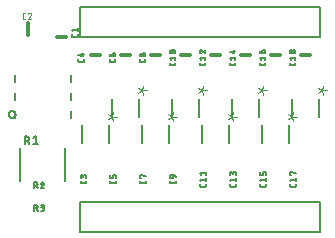
<source format=gbr>
G04 EAGLE Gerber RS-274X export*
G75*
%MOMM*%
%FSLAX34Y34*%
%LPD*%
%INSilkscreen Top*%
%IPPOS*%
%AMOC8*
5,1,8,0,0,1.08239X$1,22.5*%
G01*
%ADD10C,0.152400*%
%ADD11C,0.076200*%
%ADD12C,0.304800*%
%ADD13C,0.101600*%
%ADD14C,0.127000*%
%ADD15C,0.203200*%


D10*
X86741Y90170D02*
X86741Y74930D01*
X110109Y74930D02*
X110109Y90170D01*
D11*
X112339Y97317D02*
X116318Y97317D01*
X112339Y97317D02*
X109354Y94996D01*
X112339Y97317D02*
X109354Y99639D01*
X112339Y97317D02*
X113665Y93670D01*
X112339Y97317D02*
X113665Y100965D01*
D12*
X41275Y166370D02*
X41275Y176530D01*
D13*
X38961Y180213D02*
X37832Y180213D01*
X37766Y180215D01*
X37701Y180221D01*
X37636Y180230D01*
X37572Y180243D01*
X37508Y180260D01*
X37446Y180281D01*
X37385Y180305D01*
X37325Y180333D01*
X37268Y180364D01*
X37212Y180399D01*
X37158Y180436D01*
X37106Y180477D01*
X37057Y180521D01*
X37011Y180567D01*
X36967Y180616D01*
X36926Y180668D01*
X36889Y180722D01*
X36854Y180778D01*
X36823Y180835D01*
X36795Y180895D01*
X36771Y180956D01*
X36750Y181018D01*
X36733Y181082D01*
X36720Y181146D01*
X36711Y181211D01*
X36705Y181276D01*
X36703Y181342D01*
X36703Y184164D01*
X36705Y184230D01*
X36711Y184295D01*
X36720Y184360D01*
X36733Y184424D01*
X36750Y184488D01*
X36771Y184550D01*
X36795Y184611D01*
X36823Y184671D01*
X36854Y184728D01*
X36889Y184784D01*
X36926Y184838D01*
X36967Y184890D01*
X37011Y184939D01*
X37057Y184985D01*
X37106Y185029D01*
X37158Y185070D01*
X37212Y185107D01*
X37267Y185142D01*
X37325Y185173D01*
X37385Y185201D01*
X37446Y185225D01*
X37508Y185246D01*
X37572Y185263D01*
X37636Y185276D01*
X37701Y185285D01*
X37766Y185291D01*
X37832Y185293D01*
X38961Y185293D01*
X42852Y185293D02*
X42921Y185291D01*
X42989Y185286D01*
X43057Y185276D01*
X43125Y185263D01*
X43192Y185247D01*
X43258Y185227D01*
X43322Y185203D01*
X43385Y185176D01*
X43447Y185145D01*
X43507Y185111D01*
X43565Y185074D01*
X43621Y185034D01*
X43674Y184991D01*
X43725Y184945D01*
X43774Y184896D01*
X43820Y184845D01*
X43863Y184792D01*
X43903Y184736D01*
X43940Y184678D01*
X43974Y184618D01*
X44005Y184556D01*
X44032Y184493D01*
X44056Y184429D01*
X44076Y184363D01*
X44092Y184296D01*
X44105Y184228D01*
X44115Y184160D01*
X44120Y184092D01*
X44122Y184023D01*
X42852Y185293D02*
X42773Y185291D01*
X42694Y185285D01*
X42616Y185276D01*
X42538Y185263D01*
X42461Y185246D01*
X42385Y185225D01*
X42310Y185200D01*
X42236Y185172D01*
X42164Y185141D01*
X42093Y185106D01*
X42024Y185067D01*
X41957Y185026D01*
X41892Y184981D01*
X41829Y184933D01*
X41769Y184882D01*
X41711Y184828D01*
X41656Y184772D01*
X41604Y184713D01*
X41555Y184651D01*
X41508Y184587D01*
X41465Y184521D01*
X41425Y184453D01*
X41388Y184383D01*
X41355Y184311D01*
X41326Y184238D01*
X41299Y184164D01*
X43699Y183035D02*
X43747Y183084D01*
X43794Y183135D01*
X43837Y183189D01*
X43878Y183245D01*
X43916Y183302D01*
X43951Y183362D01*
X43983Y183423D01*
X44012Y183486D01*
X44037Y183550D01*
X44060Y183615D01*
X44079Y183682D01*
X44094Y183749D01*
X44106Y183817D01*
X44115Y183885D01*
X44120Y183954D01*
X44122Y184023D01*
X43698Y183035D02*
X41300Y180213D01*
X44122Y180213D01*
D12*
X65850Y165100D02*
X73850Y165100D01*
D14*
X83566Y165876D02*
X83566Y166948D01*
X83566Y165876D02*
X83564Y165811D01*
X83558Y165747D01*
X83548Y165683D01*
X83535Y165619D01*
X83517Y165557D01*
X83496Y165496D01*
X83472Y165436D01*
X83443Y165378D01*
X83411Y165321D01*
X83376Y165267D01*
X83338Y165215D01*
X83296Y165165D01*
X83252Y165118D01*
X83205Y165074D01*
X83155Y165032D01*
X83103Y164994D01*
X83049Y164959D01*
X82992Y164927D01*
X82934Y164898D01*
X82874Y164874D01*
X82813Y164853D01*
X82751Y164835D01*
X82687Y164822D01*
X82623Y164812D01*
X82559Y164806D01*
X82494Y164804D01*
X82494Y164803D02*
X79812Y164803D01*
X79747Y164805D01*
X79683Y164811D01*
X79619Y164821D01*
X79555Y164834D01*
X79493Y164852D01*
X79432Y164873D01*
X79372Y164898D01*
X79313Y164926D01*
X79257Y164958D01*
X79202Y164993D01*
X79150Y165031D01*
X79100Y165073D01*
X79053Y165117D01*
X79009Y165164D01*
X78967Y165214D01*
X78929Y165266D01*
X78894Y165321D01*
X78862Y165377D01*
X78834Y165436D01*
X78809Y165495D01*
X78788Y165557D01*
X78770Y165619D01*
X78757Y165683D01*
X78747Y165747D01*
X78741Y165811D01*
X78739Y165876D01*
X78740Y165876D02*
X78740Y166948D01*
X79812Y169404D02*
X78740Y170744D01*
X83566Y170744D01*
X83566Y169404D02*
X83566Y172085D01*
D10*
X30607Y102108D02*
X30607Y96012D01*
X77343Y96012D02*
X77343Y102108D01*
X77343Y126492D02*
X77343Y132588D01*
X30607Y132588D02*
X30607Y126492D01*
X77343Y117094D02*
X77343Y111506D01*
X30607Y111506D02*
X30607Y117094D01*
X25147Y99300D02*
X25149Y99406D01*
X25155Y99511D01*
X25165Y99617D01*
X25179Y99721D01*
X25196Y99826D01*
X25218Y99929D01*
X25243Y100032D01*
X25273Y100134D01*
X25306Y100234D01*
X25342Y100333D01*
X25383Y100431D01*
X25427Y100527D01*
X25475Y100621D01*
X25526Y100714D01*
X25580Y100805D01*
X25638Y100893D01*
X25700Y100979D01*
X25764Y101063D01*
X25831Y101145D01*
X25902Y101224D01*
X25975Y101300D01*
X26051Y101373D01*
X26130Y101444D01*
X26212Y101511D01*
X26296Y101575D01*
X26382Y101637D01*
X26470Y101695D01*
X26561Y101749D01*
X26654Y101800D01*
X26748Y101848D01*
X26844Y101892D01*
X26942Y101933D01*
X27041Y101969D01*
X27141Y102002D01*
X27243Y102032D01*
X27346Y102057D01*
X27449Y102079D01*
X27554Y102096D01*
X27658Y102110D01*
X27764Y102120D01*
X27869Y102126D01*
X27975Y102128D01*
X28081Y102126D01*
X28186Y102120D01*
X28292Y102110D01*
X28396Y102096D01*
X28501Y102079D01*
X28604Y102057D01*
X28707Y102032D01*
X28809Y102002D01*
X28909Y101969D01*
X29008Y101933D01*
X29106Y101892D01*
X29202Y101848D01*
X29296Y101800D01*
X29389Y101749D01*
X29480Y101695D01*
X29568Y101637D01*
X29654Y101575D01*
X29738Y101511D01*
X29820Y101444D01*
X29899Y101373D01*
X29975Y101300D01*
X30048Y101224D01*
X30119Y101145D01*
X30186Y101063D01*
X30250Y100979D01*
X30312Y100893D01*
X30370Y100805D01*
X30424Y100714D01*
X30475Y100621D01*
X30523Y100527D01*
X30567Y100431D01*
X30608Y100333D01*
X30644Y100234D01*
X30677Y100134D01*
X30707Y100032D01*
X30732Y99929D01*
X30754Y99826D01*
X30771Y99721D01*
X30785Y99617D01*
X30795Y99511D01*
X30801Y99406D01*
X30803Y99300D01*
X30801Y99194D01*
X30795Y99089D01*
X30785Y98983D01*
X30771Y98879D01*
X30754Y98774D01*
X30732Y98671D01*
X30707Y98568D01*
X30677Y98466D01*
X30644Y98366D01*
X30608Y98267D01*
X30567Y98169D01*
X30523Y98073D01*
X30475Y97979D01*
X30424Y97886D01*
X30370Y97795D01*
X30312Y97707D01*
X30250Y97621D01*
X30186Y97537D01*
X30119Y97455D01*
X30048Y97376D01*
X29975Y97300D01*
X29899Y97227D01*
X29820Y97156D01*
X29738Y97089D01*
X29654Y97025D01*
X29568Y96963D01*
X29480Y96905D01*
X29389Y96851D01*
X29296Y96800D01*
X29202Y96752D01*
X29106Y96708D01*
X29008Y96667D01*
X28909Y96631D01*
X28809Y96598D01*
X28707Y96568D01*
X28604Y96543D01*
X28501Y96521D01*
X28396Y96504D01*
X28292Y96490D01*
X28186Y96480D01*
X28081Y96474D01*
X27975Y96472D01*
X27869Y96474D01*
X27764Y96480D01*
X27658Y96490D01*
X27554Y96504D01*
X27449Y96521D01*
X27346Y96543D01*
X27243Y96568D01*
X27141Y96598D01*
X27041Y96631D01*
X26942Y96667D01*
X26844Y96708D01*
X26748Y96752D01*
X26654Y96800D01*
X26561Y96851D01*
X26470Y96905D01*
X26382Y96963D01*
X26296Y97025D01*
X26212Y97089D01*
X26130Y97156D01*
X26051Y97227D01*
X25975Y97300D01*
X25902Y97376D01*
X25831Y97455D01*
X25764Y97537D01*
X25700Y97621D01*
X25638Y97707D01*
X25580Y97795D01*
X25526Y97886D01*
X25475Y97979D01*
X25427Y98073D01*
X25383Y98169D01*
X25342Y98267D01*
X25306Y98366D01*
X25273Y98466D01*
X25243Y98568D01*
X25218Y98671D01*
X25196Y98774D01*
X25179Y98879D01*
X25165Y98983D01*
X25155Y99089D01*
X25149Y99194D01*
X25147Y99300D01*
D15*
X72975Y71150D02*
X72975Y43150D01*
X34975Y43150D02*
X34975Y71150D01*
D10*
X38737Y73912D02*
X38737Y80516D01*
X40571Y80516D01*
X40656Y80514D01*
X40740Y80508D01*
X40824Y80498D01*
X40908Y80485D01*
X40991Y80467D01*
X41073Y80446D01*
X41154Y80421D01*
X41234Y80392D01*
X41312Y80360D01*
X41388Y80324D01*
X41463Y80284D01*
X41536Y80241D01*
X41607Y80195D01*
X41676Y80146D01*
X41743Y80093D01*
X41807Y80037D01*
X41868Y79979D01*
X41926Y79918D01*
X41982Y79854D01*
X42035Y79787D01*
X42084Y79718D01*
X42130Y79647D01*
X42173Y79574D01*
X42213Y79499D01*
X42249Y79423D01*
X42281Y79345D01*
X42310Y79265D01*
X42335Y79184D01*
X42356Y79102D01*
X42374Y79019D01*
X42387Y78935D01*
X42397Y78851D01*
X42403Y78767D01*
X42405Y78682D01*
X42403Y78597D01*
X42397Y78513D01*
X42387Y78429D01*
X42374Y78345D01*
X42356Y78262D01*
X42335Y78180D01*
X42310Y78099D01*
X42281Y78019D01*
X42249Y77941D01*
X42213Y77865D01*
X42173Y77790D01*
X42130Y77717D01*
X42084Y77646D01*
X42035Y77577D01*
X41982Y77510D01*
X41926Y77446D01*
X41868Y77385D01*
X41807Y77327D01*
X41743Y77271D01*
X41676Y77218D01*
X41607Y77169D01*
X41536Y77123D01*
X41463Y77080D01*
X41388Y77040D01*
X41312Y77004D01*
X41234Y76972D01*
X41154Y76943D01*
X41073Y76918D01*
X40991Y76897D01*
X40908Y76879D01*
X40824Y76866D01*
X40740Y76856D01*
X40656Y76850D01*
X40571Y76848D01*
X40571Y76847D02*
X38737Y76847D01*
X40938Y76847D02*
X42406Y73912D01*
X45973Y79048D02*
X47808Y80516D01*
X47808Y73912D01*
X49642Y73912D02*
X45973Y73912D01*
D14*
X46748Y41656D02*
X46748Y36830D01*
X46748Y41656D02*
X48089Y41656D01*
X48160Y41654D01*
X48232Y41648D01*
X48302Y41639D01*
X48372Y41626D01*
X48442Y41609D01*
X48510Y41588D01*
X48577Y41564D01*
X48643Y41536D01*
X48707Y41505D01*
X48770Y41470D01*
X48830Y41432D01*
X48889Y41391D01*
X48945Y41347D01*
X48999Y41300D01*
X49050Y41251D01*
X49098Y41198D01*
X49144Y41143D01*
X49186Y41086D01*
X49226Y41026D01*
X49262Y40965D01*
X49295Y40901D01*
X49324Y40836D01*
X49350Y40770D01*
X49373Y40702D01*
X49392Y40633D01*
X49407Y40563D01*
X49418Y40493D01*
X49426Y40422D01*
X49430Y40351D01*
X49430Y40279D01*
X49426Y40208D01*
X49418Y40137D01*
X49407Y40067D01*
X49392Y39997D01*
X49373Y39928D01*
X49350Y39860D01*
X49324Y39794D01*
X49295Y39729D01*
X49262Y39665D01*
X49226Y39604D01*
X49186Y39544D01*
X49144Y39487D01*
X49098Y39432D01*
X49050Y39379D01*
X48999Y39330D01*
X48945Y39283D01*
X48889Y39239D01*
X48830Y39198D01*
X48770Y39160D01*
X48707Y39125D01*
X48643Y39094D01*
X48577Y39066D01*
X48510Y39042D01*
X48442Y39021D01*
X48372Y39004D01*
X48302Y38991D01*
X48232Y38982D01*
X48160Y38976D01*
X48089Y38974D01*
X48089Y38975D02*
X46748Y38975D01*
X48357Y38975D02*
X49429Y36830D01*
X53645Y41656D02*
X53713Y41654D01*
X53780Y41648D01*
X53847Y41639D01*
X53914Y41626D01*
X53979Y41609D01*
X54044Y41588D01*
X54107Y41564D01*
X54169Y41536D01*
X54229Y41505D01*
X54287Y41471D01*
X54343Y41433D01*
X54398Y41393D01*
X54449Y41349D01*
X54498Y41302D01*
X54545Y41253D01*
X54589Y41202D01*
X54629Y41147D01*
X54667Y41091D01*
X54701Y41033D01*
X54732Y40973D01*
X54760Y40911D01*
X54784Y40848D01*
X54805Y40783D01*
X54822Y40718D01*
X54835Y40651D01*
X54844Y40584D01*
X54850Y40517D01*
X54852Y40449D01*
X53645Y41656D02*
X53567Y41654D01*
X53489Y41648D01*
X53412Y41638D01*
X53335Y41625D01*
X53259Y41607D01*
X53184Y41586D01*
X53110Y41561D01*
X53038Y41532D01*
X52967Y41500D01*
X52898Y41464D01*
X52830Y41425D01*
X52765Y41382D01*
X52702Y41336D01*
X52641Y41287D01*
X52583Y41235D01*
X52528Y41180D01*
X52475Y41123D01*
X52426Y41063D01*
X52379Y41000D01*
X52336Y40936D01*
X52296Y40869D01*
X52259Y40800D01*
X52226Y40729D01*
X52196Y40657D01*
X52170Y40584D01*
X54450Y39511D02*
X54499Y39560D01*
X54546Y39612D01*
X54589Y39667D01*
X54630Y39724D01*
X54668Y39783D01*
X54702Y39844D01*
X54733Y39907D01*
X54761Y39971D01*
X54785Y40037D01*
X54805Y40103D01*
X54822Y40171D01*
X54835Y40240D01*
X54844Y40309D01*
X54850Y40379D01*
X54852Y40449D01*
X54450Y39511D02*
X52171Y36830D01*
X54852Y36830D01*
X46748Y22606D02*
X46748Y17780D01*
X46748Y22606D02*
X48089Y22606D01*
X48160Y22604D01*
X48232Y22598D01*
X48302Y22589D01*
X48372Y22576D01*
X48442Y22559D01*
X48510Y22538D01*
X48577Y22514D01*
X48643Y22486D01*
X48707Y22455D01*
X48770Y22420D01*
X48830Y22382D01*
X48889Y22341D01*
X48945Y22297D01*
X48999Y22250D01*
X49050Y22201D01*
X49098Y22148D01*
X49144Y22093D01*
X49186Y22036D01*
X49226Y21976D01*
X49262Y21915D01*
X49295Y21851D01*
X49324Y21786D01*
X49350Y21720D01*
X49373Y21652D01*
X49392Y21583D01*
X49407Y21513D01*
X49418Y21443D01*
X49426Y21372D01*
X49430Y21301D01*
X49430Y21229D01*
X49426Y21158D01*
X49418Y21087D01*
X49407Y21017D01*
X49392Y20947D01*
X49373Y20878D01*
X49350Y20810D01*
X49324Y20744D01*
X49295Y20679D01*
X49262Y20615D01*
X49226Y20554D01*
X49186Y20494D01*
X49144Y20437D01*
X49098Y20382D01*
X49050Y20329D01*
X48999Y20280D01*
X48945Y20233D01*
X48889Y20189D01*
X48830Y20148D01*
X48770Y20110D01*
X48707Y20075D01*
X48643Y20044D01*
X48577Y20016D01*
X48510Y19992D01*
X48442Y19971D01*
X48372Y19954D01*
X48302Y19941D01*
X48232Y19932D01*
X48160Y19926D01*
X48089Y19924D01*
X48089Y19925D02*
X46748Y19925D01*
X48357Y19925D02*
X49429Y17780D01*
X52171Y17780D02*
X53511Y17780D01*
X53582Y17782D01*
X53654Y17788D01*
X53724Y17797D01*
X53794Y17810D01*
X53864Y17827D01*
X53932Y17848D01*
X53999Y17872D01*
X54065Y17900D01*
X54129Y17931D01*
X54192Y17966D01*
X54252Y18004D01*
X54311Y18045D01*
X54367Y18089D01*
X54421Y18136D01*
X54472Y18185D01*
X54520Y18238D01*
X54566Y18293D01*
X54608Y18350D01*
X54648Y18410D01*
X54684Y18471D01*
X54717Y18535D01*
X54746Y18600D01*
X54772Y18666D01*
X54795Y18734D01*
X54814Y18803D01*
X54829Y18873D01*
X54840Y18943D01*
X54848Y19014D01*
X54852Y19085D01*
X54852Y19157D01*
X54848Y19228D01*
X54840Y19299D01*
X54829Y19369D01*
X54814Y19439D01*
X54795Y19508D01*
X54772Y19576D01*
X54746Y19642D01*
X54717Y19707D01*
X54684Y19771D01*
X54648Y19832D01*
X54608Y19892D01*
X54566Y19949D01*
X54520Y20004D01*
X54472Y20057D01*
X54421Y20106D01*
X54367Y20153D01*
X54311Y20197D01*
X54252Y20238D01*
X54192Y20276D01*
X54129Y20311D01*
X54065Y20342D01*
X53999Y20370D01*
X53932Y20394D01*
X53864Y20415D01*
X53794Y20432D01*
X53724Y20445D01*
X53654Y20454D01*
X53582Y20460D01*
X53511Y20462D01*
X53779Y22606D02*
X52171Y22606D01*
X53779Y22606D02*
X53844Y22604D01*
X53908Y22598D01*
X53972Y22588D01*
X54036Y22575D01*
X54098Y22557D01*
X54159Y22536D01*
X54219Y22512D01*
X54277Y22483D01*
X54334Y22451D01*
X54388Y22416D01*
X54440Y22378D01*
X54490Y22336D01*
X54537Y22292D01*
X54581Y22245D01*
X54623Y22195D01*
X54661Y22143D01*
X54696Y22089D01*
X54728Y22032D01*
X54757Y21974D01*
X54781Y21914D01*
X54802Y21853D01*
X54820Y21791D01*
X54833Y21727D01*
X54843Y21663D01*
X54849Y21599D01*
X54851Y21534D01*
X54849Y21469D01*
X54843Y21405D01*
X54833Y21341D01*
X54820Y21277D01*
X54802Y21215D01*
X54781Y21154D01*
X54757Y21094D01*
X54728Y21036D01*
X54696Y20979D01*
X54661Y20925D01*
X54623Y20873D01*
X54581Y20823D01*
X54537Y20776D01*
X54490Y20732D01*
X54440Y20690D01*
X54388Y20652D01*
X54334Y20617D01*
X54277Y20585D01*
X54219Y20556D01*
X54159Y20532D01*
X54098Y20511D01*
X54036Y20493D01*
X53972Y20480D01*
X53908Y20470D01*
X53844Y20464D01*
X53779Y20462D01*
X53779Y20461D02*
X52707Y20461D01*
X90805Y41882D02*
X90805Y42954D01*
X90805Y41882D02*
X90803Y41817D01*
X90797Y41753D01*
X90787Y41689D01*
X90774Y41625D01*
X90756Y41563D01*
X90735Y41502D01*
X90711Y41442D01*
X90682Y41384D01*
X90650Y41327D01*
X90615Y41273D01*
X90577Y41221D01*
X90535Y41171D01*
X90491Y41124D01*
X90444Y41080D01*
X90394Y41038D01*
X90342Y41000D01*
X90288Y40965D01*
X90231Y40933D01*
X90173Y40904D01*
X90113Y40880D01*
X90052Y40859D01*
X89990Y40841D01*
X89926Y40828D01*
X89862Y40818D01*
X89798Y40812D01*
X89733Y40810D01*
X89733Y40809D02*
X87051Y40809D01*
X86986Y40811D01*
X86922Y40817D01*
X86858Y40827D01*
X86794Y40840D01*
X86732Y40858D01*
X86671Y40879D01*
X86611Y40904D01*
X86552Y40932D01*
X86496Y40964D01*
X86441Y40999D01*
X86389Y41037D01*
X86339Y41079D01*
X86292Y41123D01*
X86248Y41170D01*
X86206Y41220D01*
X86168Y41272D01*
X86133Y41327D01*
X86101Y41383D01*
X86073Y41442D01*
X86048Y41501D01*
X86027Y41563D01*
X86009Y41625D01*
X85996Y41689D01*
X85986Y41753D01*
X85980Y41817D01*
X85978Y41882D01*
X85979Y41882D02*
X85979Y42954D01*
X90805Y45410D02*
X90805Y46750D01*
X90803Y46821D01*
X90797Y46893D01*
X90788Y46963D01*
X90775Y47033D01*
X90758Y47103D01*
X90737Y47171D01*
X90713Y47238D01*
X90685Y47304D01*
X90654Y47368D01*
X90619Y47431D01*
X90581Y47491D01*
X90540Y47550D01*
X90496Y47606D01*
X90449Y47660D01*
X90400Y47711D01*
X90347Y47759D01*
X90292Y47805D01*
X90235Y47847D01*
X90175Y47887D01*
X90114Y47923D01*
X90050Y47956D01*
X89985Y47985D01*
X89919Y48011D01*
X89851Y48034D01*
X89782Y48053D01*
X89712Y48068D01*
X89642Y48079D01*
X89571Y48087D01*
X89500Y48091D01*
X89428Y48091D01*
X89357Y48087D01*
X89286Y48079D01*
X89216Y48068D01*
X89146Y48053D01*
X89077Y48034D01*
X89009Y48011D01*
X88943Y47985D01*
X88878Y47956D01*
X88814Y47923D01*
X88753Y47887D01*
X88693Y47847D01*
X88636Y47805D01*
X88581Y47759D01*
X88528Y47711D01*
X88479Y47660D01*
X88432Y47606D01*
X88388Y47550D01*
X88347Y47491D01*
X88309Y47431D01*
X88274Y47368D01*
X88243Y47304D01*
X88215Y47238D01*
X88191Y47171D01*
X88170Y47103D01*
X88153Y47033D01*
X88140Y46963D01*
X88131Y46893D01*
X88125Y46821D01*
X88123Y46750D01*
X85979Y47018D02*
X85979Y45410D01*
X85979Y47018D02*
X85981Y47083D01*
X85987Y47147D01*
X85997Y47211D01*
X86010Y47275D01*
X86028Y47337D01*
X86049Y47398D01*
X86073Y47458D01*
X86102Y47516D01*
X86134Y47573D01*
X86169Y47627D01*
X86207Y47679D01*
X86249Y47729D01*
X86293Y47776D01*
X86340Y47820D01*
X86390Y47862D01*
X86442Y47900D01*
X86496Y47935D01*
X86553Y47967D01*
X86611Y47996D01*
X86671Y48020D01*
X86732Y48041D01*
X86794Y48059D01*
X86858Y48072D01*
X86922Y48082D01*
X86986Y48088D01*
X87051Y48090D01*
X87116Y48088D01*
X87180Y48082D01*
X87244Y48072D01*
X87308Y48059D01*
X87370Y48041D01*
X87431Y48020D01*
X87491Y47996D01*
X87549Y47967D01*
X87606Y47935D01*
X87660Y47900D01*
X87712Y47862D01*
X87762Y47820D01*
X87809Y47776D01*
X87853Y47729D01*
X87895Y47679D01*
X87933Y47627D01*
X87968Y47573D01*
X88000Y47516D01*
X88029Y47458D01*
X88053Y47398D01*
X88074Y47337D01*
X88092Y47275D01*
X88105Y47211D01*
X88115Y47147D01*
X88121Y47083D01*
X88123Y47018D01*
X88124Y47018D02*
X88124Y45946D01*
D12*
X94425Y149225D02*
X102425Y149225D01*
D14*
X88646Y145824D02*
X88646Y144752D01*
X88644Y144687D01*
X88638Y144623D01*
X88628Y144559D01*
X88615Y144495D01*
X88597Y144433D01*
X88576Y144372D01*
X88552Y144312D01*
X88523Y144254D01*
X88491Y144197D01*
X88456Y144143D01*
X88418Y144091D01*
X88376Y144041D01*
X88332Y143994D01*
X88285Y143950D01*
X88235Y143908D01*
X88183Y143870D01*
X88129Y143835D01*
X88072Y143803D01*
X88014Y143774D01*
X87954Y143750D01*
X87893Y143729D01*
X87831Y143711D01*
X87767Y143698D01*
X87703Y143688D01*
X87639Y143682D01*
X87574Y143680D01*
X87574Y143679D02*
X84892Y143679D01*
X84827Y143681D01*
X84763Y143687D01*
X84699Y143697D01*
X84635Y143710D01*
X84573Y143728D01*
X84512Y143749D01*
X84452Y143774D01*
X84393Y143802D01*
X84337Y143834D01*
X84282Y143869D01*
X84230Y143907D01*
X84180Y143949D01*
X84133Y143993D01*
X84089Y144040D01*
X84047Y144090D01*
X84009Y144142D01*
X83974Y144197D01*
X83942Y144253D01*
X83914Y144312D01*
X83889Y144371D01*
X83868Y144433D01*
X83850Y144495D01*
X83837Y144559D01*
X83827Y144623D01*
X83821Y144687D01*
X83819Y144752D01*
X83820Y144752D02*
X83820Y145824D01*
X83820Y149352D02*
X87574Y148280D01*
X87574Y150961D01*
X86501Y150157D02*
X88646Y150157D01*
D10*
X112141Y112395D02*
X112141Y97155D01*
X135509Y97155D02*
X135509Y112395D01*
D11*
X137739Y119542D02*
X141718Y119542D01*
X137739Y119542D02*
X134754Y117221D01*
X137739Y119542D02*
X134754Y121864D01*
X137739Y119542D02*
X139065Y115895D01*
X137739Y119542D02*
X139065Y123190D01*
D14*
X115570Y42954D02*
X115570Y41882D01*
X115568Y41817D01*
X115562Y41753D01*
X115552Y41689D01*
X115539Y41625D01*
X115521Y41563D01*
X115500Y41502D01*
X115476Y41442D01*
X115447Y41384D01*
X115415Y41327D01*
X115380Y41273D01*
X115342Y41221D01*
X115300Y41171D01*
X115256Y41124D01*
X115209Y41080D01*
X115159Y41038D01*
X115107Y41000D01*
X115053Y40965D01*
X114996Y40933D01*
X114938Y40904D01*
X114878Y40880D01*
X114817Y40859D01*
X114755Y40841D01*
X114691Y40828D01*
X114627Y40818D01*
X114563Y40812D01*
X114498Y40810D01*
X114498Y40809D02*
X111816Y40809D01*
X111751Y40811D01*
X111687Y40817D01*
X111623Y40827D01*
X111559Y40840D01*
X111497Y40858D01*
X111436Y40879D01*
X111376Y40904D01*
X111317Y40932D01*
X111261Y40964D01*
X111206Y40999D01*
X111154Y41037D01*
X111104Y41079D01*
X111057Y41123D01*
X111013Y41170D01*
X110971Y41220D01*
X110933Y41272D01*
X110898Y41327D01*
X110866Y41383D01*
X110838Y41442D01*
X110813Y41501D01*
X110792Y41563D01*
X110774Y41625D01*
X110761Y41689D01*
X110751Y41753D01*
X110745Y41817D01*
X110743Y41882D01*
X110744Y41882D02*
X110744Y42954D01*
X115570Y45410D02*
X115570Y47018D01*
X115568Y47083D01*
X115562Y47147D01*
X115552Y47211D01*
X115539Y47275D01*
X115521Y47337D01*
X115500Y47398D01*
X115476Y47458D01*
X115447Y47516D01*
X115415Y47573D01*
X115380Y47627D01*
X115342Y47679D01*
X115300Y47729D01*
X115256Y47776D01*
X115209Y47820D01*
X115159Y47862D01*
X115107Y47900D01*
X115053Y47935D01*
X114996Y47967D01*
X114938Y47996D01*
X114878Y48020D01*
X114817Y48041D01*
X114755Y48059D01*
X114691Y48072D01*
X114627Y48082D01*
X114563Y48088D01*
X114498Y48090D01*
X114498Y48091D02*
X113961Y48091D01*
X113961Y48090D02*
X113896Y48088D01*
X113832Y48082D01*
X113768Y48072D01*
X113704Y48059D01*
X113642Y48041D01*
X113581Y48020D01*
X113521Y47996D01*
X113463Y47967D01*
X113406Y47935D01*
X113352Y47900D01*
X113300Y47862D01*
X113250Y47820D01*
X113203Y47776D01*
X113159Y47729D01*
X113117Y47679D01*
X113079Y47627D01*
X113044Y47573D01*
X113012Y47516D01*
X112983Y47458D01*
X112959Y47398D01*
X112938Y47337D01*
X112920Y47275D01*
X112907Y47211D01*
X112897Y47147D01*
X112891Y47083D01*
X112889Y47018D01*
X112889Y45410D01*
X110744Y45410D01*
X110744Y48091D01*
D12*
X119825Y149225D02*
X127825Y149225D01*
D14*
X115316Y145824D02*
X115316Y144752D01*
X115314Y144687D01*
X115308Y144623D01*
X115298Y144559D01*
X115285Y144495D01*
X115267Y144433D01*
X115246Y144372D01*
X115222Y144312D01*
X115193Y144254D01*
X115161Y144197D01*
X115126Y144143D01*
X115088Y144091D01*
X115046Y144041D01*
X115002Y143994D01*
X114955Y143950D01*
X114905Y143908D01*
X114853Y143870D01*
X114799Y143835D01*
X114742Y143803D01*
X114684Y143774D01*
X114624Y143750D01*
X114563Y143729D01*
X114501Y143711D01*
X114437Y143698D01*
X114373Y143688D01*
X114309Y143682D01*
X114244Y143680D01*
X114244Y143679D02*
X111562Y143679D01*
X111497Y143681D01*
X111433Y143687D01*
X111369Y143697D01*
X111305Y143710D01*
X111243Y143728D01*
X111182Y143749D01*
X111122Y143774D01*
X111063Y143802D01*
X111007Y143834D01*
X110952Y143869D01*
X110900Y143907D01*
X110850Y143949D01*
X110803Y143993D01*
X110759Y144040D01*
X110717Y144090D01*
X110679Y144142D01*
X110644Y144197D01*
X110612Y144253D01*
X110584Y144312D01*
X110559Y144371D01*
X110538Y144433D01*
X110520Y144495D01*
X110507Y144559D01*
X110497Y144623D01*
X110491Y144687D01*
X110489Y144752D01*
X110490Y144752D02*
X110490Y145824D01*
X112635Y148280D02*
X112635Y149888D01*
X112637Y149953D01*
X112643Y150017D01*
X112653Y150081D01*
X112666Y150145D01*
X112684Y150207D01*
X112705Y150268D01*
X112729Y150328D01*
X112758Y150386D01*
X112790Y150443D01*
X112825Y150497D01*
X112863Y150549D01*
X112905Y150599D01*
X112949Y150646D01*
X112996Y150690D01*
X113046Y150732D01*
X113098Y150770D01*
X113152Y150805D01*
X113209Y150837D01*
X113267Y150866D01*
X113327Y150890D01*
X113388Y150911D01*
X113450Y150929D01*
X113514Y150942D01*
X113578Y150952D01*
X113642Y150958D01*
X113707Y150960D01*
X113707Y150961D02*
X113975Y150961D01*
X114046Y150959D01*
X114118Y150953D01*
X114188Y150944D01*
X114258Y150931D01*
X114328Y150914D01*
X114396Y150893D01*
X114463Y150869D01*
X114529Y150841D01*
X114593Y150810D01*
X114656Y150775D01*
X114716Y150737D01*
X114775Y150696D01*
X114831Y150652D01*
X114885Y150605D01*
X114936Y150556D01*
X114984Y150503D01*
X115030Y150448D01*
X115072Y150391D01*
X115112Y150331D01*
X115148Y150270D01*
X115181Y150206D01*
X115210Y150141D01*
X115236Y150075D01*
X115259Y150007D01*
X115278Y149938D01*
X115293Y149868D01*
X115304Y149798D01*
X115312Y149727D01*
X115316Y149656D01*
X115316Y149584D01*
X115312Y149513D01*
X115304Y149442D01*
X115293Y149372D01*
X115278Y149302D01*
X115259Y149233D01*
X115236Y149165D01*
X115210Y149099D01*
X115181Y149034D01*
X115148Y148970D01*
X115112Y148909D01*
X115072Y148849D01*
X115030Y148792D01*
X114984Y148737D01*
X114936Y148684D01*
X114885Y148635D01*
X114831Y148588D01*
X114775Y148544D01*
X114716Y148503D01*
X114656Y148465D01*
X114593Y148430D01*
X114529Y148399D01*
X114463Y148371D01*
X114396Y148347D01*
X114328Y148326D01*
X114258Y148309D01*
X114188Y148296D01*
X114118Y148287D01*
X114046Y148281D01*
X113975Y148279D01*
X113975Y148280D02*
X112635Y148280D01*
X112544Y148282D01*
X112453Y148288D01*
X112363Y148297D01*
X112272Y148311D01*
X112183Y148328D01*
X112095Y148349D01*
X112007Y148374D01*
X111920Y148403D01*
X111835Y148435D01*
X111751Y148470D01*
X111669Y148510D01*
X111589Y148552D01*
X111510Y148598D01*
X111434Y148648D01*
X111360Y148700D01*
X111287Y148756D01*
X111218Y148815D01*
X111151Y148876D01*
X111086Y148941D01*
X111025Y149008D01*
X110966Y149077D01*
X110910Y149149D01*
X110858Y149224D01*
X110808Y149300D01*
X110762Y149379D01*
X110720Y149459D01*
X110680Y149541D01*
X110645Y149625D01*
X110613Y149710D01*
X110584Y149797D01*
X110559Y149884D01*
X110538Y149973D01*
X110521Y150062D01*
X110507Y150152D01*
X110498Y150243D01*
X110492Y150334D01*
X110490Y150425D01*
D10*
X137541Y90170D02*
X137541Y74930D01*
X160909Y74930D02*
X160909Y90170D01*
D11*
X163139Y97317D02*
X167118Y97317D01*
X163139Y97317D02*
X160154Y94996D01*
X163139Y97317D02*
X160154Y99639D01*
X163139Y97317D02*
X164465Y93670D01*
X163139Y97317D02*
X164465Y100965D01*
D14*
X140970Y42954D02*
X140970Y41882D01*
X140968Y41817D01*
X140962Y41753D01*
X140952Y41689D01*
X140939Y41625D01*
X140921Y41563D01*
X140900Y41502D01*
X140876Y41442D01*
X140847Y41384D01*
X140815Y41327D01*
X140780Y41273D01*
X140742Y41221D01*
X140700Y41171D01*
X140656Y41124D01*
X140609Y41080D01*
X140559Y41038D01*
X140507Y41000D01*
X140453Y40965D01*
X140396Y40933D01*
X140338Y40904D01*
X140278Y40880D01*
X140217Y40859D01*
X140155Y40841D01*
X140091Y40828D01*
X140027Y40818D01*
X139963Y40812D01*
X139898Y40810D01*
X139898Y40809D02*
X137216Y40809D01*
X137151Y40811D01*
X137087Y40817D01*
X137023Y40827D01*
X136959Y40840D01*
X136897Y40858D01*
X136836Y40879D01*
X136776Y40904D01*
X136717Y40932D01*
X136661Y40964D01*
X136606Y40999D01*
X136554Y41037D01*
X136504Y41079D01*
X136457Y41123D01*
X136413Y41170D01*
X136371Y41220D01*
X136333Y41272D01*
X136298Y41327D01*
X136266Y41383D01*
X136238Y41442D01*
X136213Y41501D01*
X136192Y41563D01*
X136174Y41625D01*
X136161Y41689D01*
X136151Y41753D01*
X136145Y41817D01*
X136143Y41882D01*
X136144Y41882D02*
X136144Y42954D01*
X136144Y45410D02*
X136680Y45410D01*
X136144Y45410D02*
X136144Y48091D01*
X140970Y46750D01*
D12*
X145225Y149225D02*
X153225Y149225D01*
D14*
X140716Y145824D02*
X140716Y144752D01*
X140714Y144687D01*
X140708Y144623D01*
X140698Y144559D01*
X140685Y144495D01*
X140667Y144433D01*
X140646Y144372D01*
X140622Y144312D01*
X140593Y144254D01*
X140561Y144197D01*
X140526Y144143D01*
X140488Y144091D01*
X140446Y144041D01*
X140402Y143994D01*
X140355Y143950D01*
X140305Y143908D01*
X140253Y143870D01*
X140199Y143835D01*
X140142Y143803D01*
X140084Y143774D01*
X140024Y143750D01*
X139963Y143729D01*
X139901Y143711D01*
X139837Y143698D01*
X139773Y143688D01*
X139709Y143682D01*
X139644Y143680D01*
X139644Y143679D02*
X136962Y143679D01*
X136897Y143681D01*
X136833Y143687D01*
X136769Y143697D01*
X136705Y143710D01*
X136643Y143728D01*
X136582Y143749D01*
X136522Y143774D01*
X136463Y143802D01*
X136407Y143834D01*
X136352Y143869D01*
X136300Y143907D01*
X136250Y143949D01*
X136203Y143993D01*
X136159Y144040D01*
X136117Y144090D01*
X136079Y144142D01*
X136044Y144197D01*
X136012Y144253D01*
X135984Y144312D01*
X135959Y144371D01*
X135938Y144433D01*
X135920Y144495D01*
X135907Y144559D01*
X135897Y144623D01*
X135891Y144687D01*
X135889Y144752D01*
X135890Y144752D02*
X135890Y145824D01*
X139375Y148279D02*
X139304Y148281D01*
X139232Y148287D01*
X139162Y148296D01*
X139092Y148309D01*
X139022Y148326D01*
X138954Y148347D01*
X138887Y148371D01*
X138821Y148399D01*
X138757Y148430D01*
X138694Y148465D01*
X138634Y148503D01*
X138575Y148544D01*
X138519Y148588D01*
X138465Y148635D01*
X138414Y148684D01*
X138366Y148737D01*
X138320Y148792D01*
X138278Y148849D01*
X138238Y148909D01*
X138202Y148970D01*
X138169Y149034D01*
X138140Y149099D01*
X138114Y149165D01*
X138091Y149233D01*
X138072Y149302D01*
X138057Y149372D01*
X138046Y149442D01*
X138038Y149513D01*
X138034Y149584D01*
X138034Y149656D01*
X138038Y149727D01*
X138046Y149798D01*
X138057Y149868D01*
X138072Y149938D01*
X138091Y150007D01*
X138114Y150075D01*
X138140Y150141D01*
X138169Y150206D01*
X138202Y150270D01*
X138238Y150331D01*
X138278Y150391D01*
X138320Y150448D01*
X138366Y150503D01*
X138414Y150556D01*
X138465Y150605D01*
X138519Y150652D01*
X138575Y150696D01*
X138634Y150737D01*
X138694Y150775D01*
X138757Y150810D01*
X138821Y150841D01*
X138887Y150869D01*
X138954Y150893D01*
X139022Y150914D01*
X139092Y150931D01*
X139162Y150944D01*
X139232Y150953D01*
X139304Y150959D01*
X139375Y150961D01*
X139446Y150959D01*
X139518Y150953D01*
X139588Y150944D01*
X139658Y150931D01*
X139728Y150914D01*
X139796Y150893D01*
X139863Y150869D01*
X139929Y150841D01*
X139993Y150810D01*
X140056Y150775D01*
X140116Y150737D01*
X140175Y150696D01*
X140231Y150652D01*
X140285Y150605D01*
X140336Y150556D01*
X140384Y150503D01*
X140430Y150448D01*
X140472Y150391D01*
X140512Y150331D01*
X140548Y150270D01*
X140581Y150206D01*
X140610Y150141D01*
X140636Y150075D01*
X140659Y150007D01*
X140678Y149938D01*
X140693Y149868D01*
X140704Y149798D01*
X140712Y149727D01*
X140716Y149656D01*
X140716Y149584D01*
X140712Y149513D01*
X140704Y149442D01*
X140693Y149372D01*
X140678Y149302D01*
X140659Y149233D01*
X140636Y149165D01*
X140610Y149099D01*
X140581Y149034D01*
X140548Y148970D01*
X140512Y148909D01*
X140472Y148849D01*
X140430Y148792D01*
X140384Y148737D01*
X140336Y148684D01*
X140285Y148635D01*
X140231Y148588D01*
X140175Y148544D01*
X140116Y148503D01*
X140056Y148465D01*
X139993Y148430D01*
X139929Y148399D01*
X139863Y148371D01*
X139796Y148347D01*
X139728Y148326D01*
X139658Y148309D01*
X139588Y148296D01*
X139518Y148287D01*
X139446Y148281D01*
X139375Y148279D01*
X136962Y148548D02*
X136897Y148550D01*
X136833Y148556D01*
X136769Y148566D01*
X136705Y148579D01*
X136643Y148597D01*
X136582Y148618D01*
X136522Y148642D01*
X136464Y148671D01*
X136407Y148703D01*
X136353Y148738D01*
X136301Y148776D01*
X136251Y148818D01*
X136204Y148862D01*
X136160Y148909D01*
X136118Y148959D01*
X136080Y149011D01*
X136045Y149065D01*
X136013Y149122D01*
X135984Y149180D01*
X135960Y149240D01*
X135939Y149301D01*
X135921Y149363D01*
X135908Y149427D01*
X135898Y149491D01*
X135892Y149555D01*
X135890Y149620D01*
X135892Y149685D01*
X135898Y149749D01*
X135908Y149813D01*
X135921Y149877D01*
X135939Y149939D01*
X135960Y150000D01*
X135984Y150060D01*
X136013Y150118D01*
X136045Y150175D01*
X136080Y150229D01*
X136118Y150281D01*
X136160Y150331D01*
X136204Y150378D01*
X136251Y150422D01*
X136301Y150464D01*
X136353Y150502D01*
X136407Y150537D01*
X136464Y150569D01*
X136522Y150598D01*
X136582Y150622D01*
X136643Y150643D01*
X136705Y150661D01*
X136769Y150674D01*
X136833Y150684D01*
X136897Y150690D01*
X136962Y150692D01*
X137027Y150690D01*
X137091Y150684D01*
X137155Y150674D01*
X137219Y150661D01*
X137281Y150643D01*
X137342Y150622D01*
X137402Y150598D01*
X137460Y150569D01*
X137517Y150537D01*
X137571Y150502D01*
X137623Y150464D01*
X137673Y150422D01*
X137720Y150378D01*
X137764Y150331D01*
X137806Y150281D01*
X137844Y150229D01*
X137879Y150175D01*
X137911Y150118D01*
X137940Y150060D01*
X137964Y150000D01*
X137985Y149939D01*
X138003Y149877D01*
X138016Y149813D01*
X138026Y149749D01*
X138032Y149685D01*
X138034Y149620D01*
X138032Y149555D01*
X138026Y149491D01*
X138016Y149427D01*
X138003Y149363D01*
X137985Y149301D01*
X137964Y149240D01*
X137940Y149180D01*
X137911Y149122D01*
X137879Y149065D01*
X137844Y149011D01*
X137806Y148959D01*
X137764Y148909D01*
X137720Y148862D01*
X137673Y148818D01*
X137623Y148776D01*
X137571Y148738D01*
X137517Y148703D01*
X137460Y148671D01*
X137402Y148642D01*
X137342Y148618D01*
X137281Y148597D01*
X137219Y148579D01*
X137155Y148566D01*
X137091Y148556D01*
X137027Y148550D01*
X136962Y148548D01*
D10*
X162941Y112395D02*
X162941Y97155D01*
X186309Y97155D02*
X186309Y112395D01*
D11*
X188539Y119542D02*
X192518Y119542D01*
X188539Y119542D02*
X185554Y117221D01*
X188539Y119542D02*
X185554Y121864D01*
X188539Y119542D02*
X189865Y115895D01*
X188539Y119542D02*
X189865Y123190D01*
D14*
X166370Y42954D02*
X166370Y41882D01*
X166368Y41817D01*
X166362Y41753D01*
X166352Y41689D01*
X166339Y41625D01*
X166321Y41563D01*
X166300Y41502D01*
X166276Y41442D01*
X166247Y41384D01*
X166215Y41327D01*
X166180Y41273D01*
X166142Y41221D01*
X166100Y41171D01*
X166056Y41124D01*
X166009Y41080D01*
X165959Y41038D01*
X165907Y41000D01*
X165853Y40965D01*
X165796Y40933D01*
X165738Y40904D01*
X165678Y40880D01*
X165617Y40859D01*
X165555Y40841D01*
X165491Y40828D01*
X165427Y40818D01*
X165363Y40812D01*
X165298Y40810D01*
X165298Y40809D02*
X162616Y40809D01*
X162551Y40811D01*
X162487Y40817D01*
X162423Y40827D01*
X162359Y40840D01*
X162297Y40858D01*
X162236Y40879D01*
X162176Y40904D01*
X162117Y40932D01*
X162061Y40964D01*
X162006Y40999D01*
X161954Y41037D01*
X161904Y41079D01*
X161857Y41123D01*
X161813Y41170D01*
X161771Y41220D01*
X161733Y41272D01*
X161698Y41327D01*
X161666Y41383D01*
X161638Y41442D01*
X161613Y41501D01*
X161592Y41563D01*
X161574Y41625D01*
X161561Y41689D01*
X161551Y41753D01*
X161545Y41817D01*
X161543Y41882D01*
X161544Y41882D02*
X161544Y42954D01*
X164225Y46482D02*
X164225Y48091D01*
X164225Y46482D02*
X164223Y46417D01*
X164217Y46353D01*
X164207Y46289D01*
X164194Y46225D01*
X164176Y46163D01*
X164155Y46102D01*
X164131Y46042D01*
X164102Y45984D01*
X164070Y45927D01*
X164035Y45873D01*
X163997Y45821D01*
X163955Y45771D01*
X163911Y45724D01*
X163864Y45680D01*
X163814Y45638D01*
X163762Y45600D01*
X163708Y45565D01*
X163651Y45533D01*
X163593Y45504D01*
X163533Y45480D01*
X163472Y45459D01*
X163410Y45441D01*
X163346Y45428D01*
X163282Y45418D01*
X163218Y45412D01*
X163153Y45410D01*
X162885Y45410D01*
X162885Y45409D02*
X162814Y45411D01*
X162742Y45417D01*
X162672Y45426D01*
X162602Y45439D01*
X162532Y45456D01*
X162464Y45477D01*
X162397Y45501D01*
X162331Y45529D01*
X162267Y45560D01*
X162204Y45595D01*
X162144Y45633D01*
X162085Y45674D01*
X162029Y45718D01*
X161975Y45765D01*
X161924Y45814D01*
X161876Y45867D01*
X161830Y45922D01*
X161788Y45979D01*
X161748Y46039D01*
X161712Y46100D01*
X161679Y46164D01*
X161650Y46229D01*
X161624Y46295D01*
X161601Y46363D01*
X161582Y46432D01*
X161567Y46502D01*
X161556Y46572D01*
X161548Y46643D01*
X161544Y46714D01*
X161544Y46786D01*
X161548Y46857D01*
X161556Y46928D01*
X161567Y46998D01*
X161582Y47068D01*
X161601Y47137D01*
X161624Y47205D01*
X161650Y47271D01*
X161679Y47336D01*
X161712Y47400D01*
X161748Y47461D01*
X161788Y47521D01*
X161830Y47578D01*
X161876Y47633D01*
X161924Y47686D01*
X161975Y47735D01*
X162029Y47782D01*
X162085Y47826D01*
X162144Y47867D01*
X162204Y47905D01*
X162267Y47940D01*
X162331Y47971D01*
X162397Y47999D01*
X162464Y48023D01*
X162532Y48044D01*
X162602Y48061D01*
X162672Y48074D01*
X162742Y48083D01*
X162814Y48089D01*
X162885Y48091D01*
X164225Y48091D01*
X164316Y48089D01*
X164407Y48083D01*
X164497Y48074D01*
X164588Y48060D01*
X164677Y48043D01*
X164765Y48022D01*
X164853Y47997D01*
X164940Y47968D01*
X165025Y47936D01*
X165109Y47901D01*
X165191Y47861D01*
X165271Y47819D01*
X165350Y47773D01*
X165426Y47723D01*
X165500Y47671D01*
X165573Y47615D01*
X165642Y47556D01*
X165709Y47495D01*
X165774Y47430D01*
X165835Y47363D01*
X165894Y47294D01*
X165950Y47221D01*
X166002Y47147D01*
X166052Y47071D01*
X166098Y46992D01*
X166140Y46912D01*
X166180Y46830D01*
X166215Y46746D01*
X166247Y46661D01*
X166276Y46574D01*
X166301Y46486D01*
X166322Y46398D01*
X166339Y46309D01*
X166353Y46218D01*
X166362Y46128D01*
X166368Y46037D01*
X166370Y45946D01*
D12*
X170625Y149225D02*
X178625Y149225D01*
D14*
X166116Y143081D02*
X166116Y142008D01*
X166114Y141943D01*
X166108Y141879D01*
X166098Y141815D01*
X166085Y141751D01*
X166067Y141689D01*
X166046Y141628D01*
X166022Y141568D01*
X165993Y141510D01*
X165961Y141453D01*
X165926Y141399D01*
X165888Y141347D01*
X165846Y141297D01*
X165802Y141250D01*
X165755Y141206D01*
X165705Y141164D01*
X165653Y141126D01*
X165599Y141091D01*
X165542Y141059D01*
X165484Y141030D01*
X165424Y141006D01*
X165363Y140985D01*
X165301Y140967D01*
X165237Y140954D01*
X165173Y140944D01*
X165109Y140938D01*
X165044Y140936D01*
X162362Y140936D01*
X162362Y140935D02*
X162297Y140937D01*
X162233Y140943D01*
X162169Y140953D01*
X162105Y140966D01*
X162043Y140984D01*
X161982Y141005D01*
X161922Y141030D01*
X161863Y141058D01*
X161807Y141090D01*
X161752Y141125D01*
X161700Y141163D01*
X161650Y141205D01*
X161603Y141249D01*
X161559Y141296D01*
X161517Y141346D01*
X161479Y141398D01*
X161444Y141453D01*
X161412Y141509D01*
X161384Y141568D01*
X161359Y141627D01*
X161338Y141689D01*
X161320Y141751D01*
X161307Y141815D01*
X161297Y141879D01*
X161291Y141943D01*
X161289Y142008D01*
X161290Y142008D02*
X161290Y143081D01*
X162362Y145537D02*
X161290Y146877D01*
X166116Y146877D01*
X166116Y145537D02*
X166116Y148218D01*
X163703Y151023D02*
X163583Y151025D01*
X163463Y151030D01*
X163343Y151039D01*
X163223Y151052D01*
X163104Y151068D01*
X162985Y151088D01*
X162867Y151112D01*
X162750Y151139D01*
X162634Y151169D01*
X162519Y151203D01*
X162404Y151241D01*
X162291Y151282D01*
X162180Y151326D01*
X162069Y151374D01*
X161960Y151425D01*
X161960Y151426D02*
X161903Y151447D01*
X161847Y151473D01*
X161792Y151501D01*
X161740Y151533D01*
X161689Y151569D01*
X161641Y151607D01*
X161595Y151648D01*
X161552Y151692D01*
X161512Y151738D01*
X161475Y151787D01*
X161441Y151839D01*
X161410Y151892D01*
X161382Y151947D01*
X161358Y152003D01*
X161337Y152061D01*
X161320Y152120D01*
X161307Y152180D01*
X161298Y152241D01*
X161292Y152303D01*
X161290Y152364D01*
X161292Y152425D01*
X161298Y152487D01*
X161307Y152548D01*
X161320Y152608D01*
X161337Y152667D01*
X161358Y152725D01*
X161382Y152781D01*
X161410Y152836D01*
X161441Y152889D01*
X161475Y152941D01*
X161512Y152990D01*
X161552Y153036D01*
X161595Y153080D01*
X161641Y153121D01*
X161689Y153159D01*
X161740Y153195D01*
X161792Y153227D01*
X161847Y153255D01*
X161903Y153281D01*
X161960Y153302D01*
X162069Y153353D01*
X162180Y153401D01*
X162291Y153445D01*
X162404Y153486D01*
X162519Y153524D01*
X162634Y153558D01*
X162750Y153588D01*
X162867Y153615D01*
X162985Y153639D01*
X163104Y153659D01*
X163223Y153675D01*
X163343Y153688D01*
X163463Y153697D01*
X163583Y153702D01*
X163703Y153704D01*
X163703Y151023D02*
X163823Y151025D01*
X163943Y151030D01*
X164063Y151039D01*
X164183Y151052D01*
X164302Y151068D01*
X164421Y151088D01*
X164539Y151112D01*
X164656Y151139D01*
X164772Y151169D01*
X164887Y151203D01*
X165002Y151241D01*
X165115Y151282D01*
X165226Y151326D01*
X165337Y151374D01*
X165446Y151425D01*
X165446Y151426D02*
X165503Y151447D01*
X165559Y151473D01*
X165614Y151501D01*
X165666Y151533D01*
X165717Y151569D01*
X165765Y151607D01*
X165811Y151648D01*
X165854Y151692D01*
X165894Y151738D01*
X165931Y151787D01*
X165965Y151839D01*
X165996Y151892D01*
X166024Y151947D01*
X166048Y152003D01*
X166069Y152061D01*
X166086Y152120D01*
X166099Y152180D01*
X166108Y152241D01*
X166114Y152303D01*
X166116Y152364D01*
X165446Y153302D02*
X165337Y153353D01*
X165226Y153401D01*
X165115Y153445D01*
X165002Y153486D01*
X164887Y153524D01*
X164772Y153558D01*
X164656Y153588D01*
X164539Y153615D01*
X164421Y153639D01*
X164302Y153659D01*
X164183Y153675D01*
X164063Y153688D01*
X163943Y153697D01*
X163823Y153702D01*
X163703Y153704D01*
X165446Y153302D02*
X165503Y153281D01*
X165559Y153255D01*
X165614Y153227D01*
X165666Y153195D01*
X165717Y153159D01*
X165765Y153121D01*
X165811Y153080D01*
X165854Y153036D01*
X165894Y152989D01*
X165931Y152941D01*
X165965Y152889D01*
X165996Y152836D01*
X166024Y152781D01*
X166048Y152725D01*
X166069Y152667D01*
X166086Y152608D01*
X166099Y152548D01*
X166108Y152487D01*
X166114Y152425D01*
X166116Y152364D01*
X165044Y151291D02*
X162362Y153436D01*
D10*
X188341Y90170D02*
X188341Y74930D01*
X211709Y74930D02*
X211709Y90170D01*
D11*
X213939Y97317D02*
X217918Y97317D01*
X213939Y97317D02*
X210954Y94996D01*
X213939Y97317D02*
X210954Y99639D01*
X213939Y97317D02*
X215265Y93670D01*
X213939Y97317D02*
X215265Y100965D01*
D14*
X191770Y40211D02*
X191770Y39138D01*
X191768Y39073D01*
X191762Y39009D01*
X191752Y38945D01*
X191739Y38881D01*
X191721Y38819D01*
X191700Y38758D01*
X191676Y38698D01*
X191647Y38640D01*
X191615Y38583D01*
X191580Y38529D01*
X191542Y38477D01*
X191500Y38427D01*
X191456Y38380D01*
X191409Y38336D01*
X191359Y38294D01*
X191307Y38256D01*
X191253Y38221D01*
X191196Y38189D01*
X191138Y38160D01*
X191078Y38136D01*
X191017Y38115D01*
X190955Y38097D01*
X190891Y38084D01*
X190827Y38074D01*
X190763Y38068D01*
X190698Y38066D01*
X188016Y38066D01*
X188016Y38065D02*
X187951Y38067D01*
X187887Y38073D01*
X187823Y38083D01*
X187759Y38096D01*
X187697Y38114D01*
X187636Y38135D01*
X187576Y38160D01*
X187517Y38188D01*
X187461Y38220D01*
X187406Y38255D01*
X187354Y38293D01*
X187304Y38335D01*
X187257Y38379D01*
X187213Y38426D01*
X187171Y38476D01*
X187133Y38528D01*
X187098Y38583D01*
X187066Y38639D01*
X187038Y38698D01*
X187013Y38757D01*
X186992Y38819D01*
X186974Y38881D01*
X186961Y38945D01*
X186951Y39009D01*
X186945Y39073D01*
X186943Y39138D01*
X186944Y39138D02*
X186944Y40211D01*
X188016Y42667D02*
X186944Y44007D01*
X191770Y44007D01*
X191770Y42667D02*
X191770Y45348D01*
X188016Y48153D02*
X186944Y49494D01*
X191770Y49494D01*
X191770Y50834D02*
X191770Y48153D01*
D12*
X196025Y149225D02*
X204025Y149225D01*
D14*
X191516Y143081D02*
X191516Y142008D01*
X191514Y141943D01*
X191508Y141879D01*
X191498Y141815D01*
X191485Y141751D01*
X191467Y141689D01*
X191446Y141628D01*
X191422Y141568D01*
X191393Y141510D01*
X191361Y141453D01*
X191326Y141399D01*
X191288Y141347D01*
X191246Y141297D01*
X191202Y141250D01*
X191155Y141206D01*
X191105Y141164D01*
X191053Y141126D01*
X190999Y141091D01*
X190942Y141059D01*
X190884Y141030D01*
X190824Y141006D01*
X190763Y140985D01*
X190701Y140967D01*
X190637Y140954D01*
X190573Y140944D01*
X190509Y140938D01*
X190444Y140936D01*
X187762Y140936D01*
X187762Y140935D02*
X187697Y140937D01*
X187633Y140943D01*
X187569Y140953D01*
X187505Y140966D01*
X187443Y140984D01*
X187382Y141005D01*
X187322Y141030D01*
X187263Y141058D01*
X187207Y141090D01*
X187152Y141125D01*
X187100Y141163D01*
X187050Y141205D01*
X187003Y141249D01*
X186959Y141296D01*
X186917Y141346D01*
X186879Y141398D01*
X186844Y141453D01*
X186812Y141509D01*
X186784Y141568D01*
X186759Y141627D01*
X186738Y141689D01*
X186720Y141751D01*
X186707Y141815D01*
X186697Y141879D01*
X186691Y141943D01*
X186689Y142008D01*
X186690Y142008D02*
X186690Y143081D01*
X187762Y145537D02*
X186690Y146877D01*
X191516Y146877D01*
X191516Y145537D02*
X191516Y148218D01*
X186690Y152498D02*
X186692Y152566D01*
X186698Y152633D01*
X186707Y152700D01*
X186720Y152767D01*
X186737Y152832D01*
X186758Y152897D01*
X186782Y152960D01*
X186810Y153022D01*
X186841Y153082D01*
X186875Y153140D01*
X186913Y153196D01*
X186953Y153251D01*
X186997Y153302D01*
X187044Y153351D01*
X187093Y153398D01*
X187144Y153442D01*
X187199Y153482D01*
X187255Y153520D01*
X187313Y153554D01*
X187373Y153585D01*
X187435Y153613D01*
X187498Y153637D01*
X187563Y153658D01*
X187628Y153675D01*
X187695Y153688D01*
X187762Y153697D01*
X187829Y153703D01*
X187897Y153705D01*
X186690Y152497D02*
X186692Y152419D01*
X186698Y152341D01*
X186708Y152264D01*
X186721Y152187D01*
X186739Y152111D01*
X186760Y152036D01*
X186785Y151962D01*
X186814Y151890D01*
X186846Y151819D01*
X186882Y151750D01*
X186921Y151682D01*
X186964Y151617D01*
X187010Y151554D01*
X187059Y151493D01*
X187111Y151435D01*
X187166Y151380D01*
X187223Y151327D01*
X187283Y151278D01*
X187346Y151231D01*
X187411Y151188D01*
X187477Y151148D01*
X187546Y151111D01*
X187617Y151078D01*
X187689Y151048D01*
X187763Y151022D01*
X188835Y153302D02*
X188786Y153351D01*
X188734Y153398D01*
X188679Y153441D01*
X188622Y153482D01*
X188563Y153520D01*
X188502Y153554D01*
X188439Y153585D01*
X188375Y153613D01*
X188309Y153637D01*
X188243Y153657D01*
X188175Y153674D01*
X188106Y153687D01*
X188037Y153696D01*
X187967Y153702D01*
X187897Y153704D01*
X188835Y153302D02*
X191516Y151023D01*
X191516Y153704D01*
D10*
X213741Y112395D02*
X213741Y97155D01*
X237109Y97155D02*
X237109Y112395D01*
D11*
X239339Y119542D02*
X243318Y119542D01*
X239339Y119542D02*
X236354Y117221D01*
X239339Y119542D02*
X236354Y121864D01*
X239339Y119542D02*
X240665Y115895D01*
X239339Y119542D02*
X240665Y123190D01*
D14*
X217170Y40211D02*
X217170Y39138D01*
X217168Y39073D01*
X217162Y39009D01*
X217152Y38945D01*
X217139Y38881D01*
X217121Y38819D01*
X217100Y38758D01*
X217076Y38698D01*
X217047Y38640D01*
X217015Y38583D01*
X216980Y38529D01*
X216942Y38477D01*
X216900Y38427D01*
X216856Y38380D01*
X216809Y38336D01*
X216759Y38294D01*
X216707Y38256D01*
X216653Y38221D01*
X216596Y38189D01*
X216538Y38160D01*
X216478Y38136D01*
X216417Y38115D01*
X216355Y38097D01*
X216291Y38084D01*
X216227Y38074D01*
X216163Y38068D01*
X216098Y38066D01*
X213416Y38066D01*
X213416Y38065D02*
X213351Y38067D01*
X213287Y38073D01*
X213223Y38083D01*
X213159Y38096D01*
X213097Y38114D01*
X213036Y38135D01*
X212976Y38160D01*
X212917Y38188D01*
X212861Y38220D01*
X212806Y38255D01*
X212754Y38293D01*
X212704Y38335D01*
X212657Y38379D01*
X212613Y38426D01*
X212571Y38476D01*
X212533Y38528D01*
X212498Y38583D01*
X212466Y38639D01*
X212438Y38698D01*
X212413Y38757D01*
X212392Y38819D01*
X212374Y38881D01*
X212361Y38945D01*
X212351Y39009D01*
X212345Y39073D01*
X212343Y39138D01*
X212344Y39138D02*
X212344Y40211D01*
X213416Y42667D02*
X212344Y44007D01*
X217170Y44007D01*
X217170Y42667D02*
X217170Y45348D01*
X217170Y48153D02*
X217170Y49494D01*
X217168Y49565D01*
X217162Y49637D01*
X217153Y49707D01*
X217140Y49777D01*
X217123Y49847D01*
X217102Y49915D01*
X217078Y49982D01*
X217050Y50048D01*
X217019Y50112D01*
X216984Y50175D01*
X216946Y50235D01*
X216905Y50294D01*
X216861Y50350D01*
X216814Y50404D01*
X216765Y50455D01*
X216712Y50503D01*
X216657Y50549D01*
X216600Y50591D01*
X216540Y50631D01*
X216479Y50667D01*
X216415Y50700D01*
X216350Y50729D01*
X216284Y50755D01*
X216216Y50778D01*
X216147Y50797D01*
X216077Y50812D01*
X216007Y50823D01*
X215936Y50831D01*
X215865Y50835D01*
X215793Y50835D01*
X215722Y50831D01*
X215651Y50823D01*
X215581Y50812D01*
X215511Y50797D01*
X215442Y50778D01*
X215374Y50755D01*
X215308Y50729D01*
X215243Y50700D01*
X215179Y50667D01*
X215118Y50631D01*
X215058Y50591D01*
X215001Y50549D01*
X214946Y50503D01*
X214893Y50455D01*
X214844Y50404D01*
X214797Y50350D01*
X214753Y50294D01*
X214712Y50235D01*
X214674Y50175D01*
X214639Y50112D01*
X214608Y50048D01*
X214580Y49982D01*
X214556Y49915D01*
X214535Y49847D01*
X214518Y49777D01*
X214505Y49707D01*
X214496Y49637D01*
X214490Y49565D01*
X214488Y49494D01*
X212344Y49762D02*
X212344Y48153D01*
X212344Y49762D02*
X212346Y49827D01*
X212352Y49891D01*
X212362Y49955D01*
X212375Y50019D01*
X212393Y50081D01*
X212414Y50142D01*
X212438Y50202D01*
X212467Y50260D01*
X212499Y50317D01*
X212534Y50371D01*
X212572Y50423D01*
X212614Y50473D01*
X212658Y50520D01*
X212705Y50564D01*
X212755Y50606D01*
X212807Y50644D01*
X212861Y50679D01*
X212918Y50711D01*
X212976Y50740D01*
X213036Y50764D01*
X213097Y50785D01*
X213159Y50803D01*
X213223Y50816D01*
X213287Y50826D01*
X213351Y50832D01*
X213416Y50834D01*
X213481Y50832D01*
X213545Y50826D01*
X213609Y50816D01*
X213673Y50803D01*
X213735Y50785D01*
X213796Y50764D01*
X213856Y50740D01*
X213914Y50711D01*
X213971Y50679D01*
X214025Y50644D01*
X214077Y50606D01*
X214127Y50564D01*
X214174Y50520D01*
X214218Y50473D01*
X214260Y50423D01*
X214298Y50371D01*
X214333Y50317D01*
X214365Y50260D01*
X214394Y50202D01*
X214418Y50142D01*
X214439Y50081D01*
X214457Y50019D01*
X214470Y49955D01*
X214480Y49891D01*
X214486Y49827D01*
X214488Y49762D01*
X214489Y49762D02*
X214489Y48689D01*
D12*
X221425Y149225D02*
X229425Y149225D01*
D14*
X216916Y143081D02*
X216916Y142008D01*
X216914Y141943D01*
X216908Y141879D01*
X216898Y141815D01*
X216885Y141751D01*
X216867Y141689D01*
X216846Y141628D01*
X216822Y141568D01*
X216793Y141510D01*
X216761Y141453D01*
X216726Y141399D01*
X216688Y141347D01*
X216646Y141297D01*
X216602Y141250D01*
X216555Y141206D01*
X216505Y141164D01*
X216453Y141126D01*
X216399Y141091D01*
X216342Y141059D01*
X216284Y141030D01*
X216224Y141006D01*
X216163Y140985D01*
X216101Y140967D01*
X216037Y140954D01*
X215973Y140944D01*
X215909Y140938D01*
X215844Y140936D01*
X213162Y140936D01*
X213162Y140935D02*
X213097Y140937D01*
X213033Y140943D01*
X212969Y140953D01*
X212905Y140966D01*
X212843Y140984D01*
X212782Y141005D01*
X212722Y141030D01*
X212663Y141058D01*
X212607Y141090D01*
X212552Y141125D01*
X212500Y141163D01*
X212450Y141205D01*
X212403Y141249D01*
X212359Y141296D01*
X212317Y141346D01*
X212279Y141398D01*
X212244Y141453D01*
X212212Y141509D01*
X212184Y141568D01*
X212159Y141627D01*
X212138Y141689D01*
X212120Y141751D01*
X212107Y141815D01*
X212097Y141879D01*
X212091Y141943D01*
X212089Y142008D01*
X212090Y142008D02*
X212090Y143081D01*
X213162Y145537D02*
X212090Y146877D01*
X216916Y146877D01*
X216916Y145537D02*
X216916Y148218D01*
X215844Y151023D02*
X212090Y152095D01*
X215844Y151023D02*
X215844Y153704D01*
X214771Y152900D02*
X216916Y152900D01*
D10*
X239141Y90170D02*
X239141Y74930D01*
X262509Y74930D02*
X262509Y90170D01*
D11*
X264739Y97317D02*
X268718Y97317D01*
X264739Y97317D02*
X261754Y94996D01*
X264739Y97317D02*
X261754Y99639D01*
X264739Y97317D02*
X266065Y93670D01*
X264739Y97317D02*
X266065Y100965D01*
D14*
X242570Y40211D02*
X242570Y39138D01*
X242568Y39073D01*
X242562Y39009D01*
X242552Y38945D01*
X242539Y38881D01*
X242521Y38819D01*
X242500Y38758D01*
X242476Y38698D01*
X242447Y38640D01*
X242415Y38583D01*
X242380Y38529D01*
X242342Y38477D01*
X242300Y38427D01*
X242256Y38380D01*
X242209Y38336D01*
X242159Y38294D01*
X242107Y38256D01*
X242053Y38221D01*
X241996Y38189D01*
X241938Y38160D01*
X241878Y38136D01*
X241817Y38115D01*
X241755Y38097D01*
X241691Y38084D01*
X241627Y38074D01*
X241563Y38068D01*
X241498Y38066D01*
X238816Y38066D01*
X238816Y38065D02*
X238751Y38067D01*
X238687Y38073D01*
X238623Y38083D01*
X238559Y38096D01*
X238497Y38114D01*
X238436Y38135D01*
X238376Y38160D01*
X238317Y38188D01*
X238261Y38220D01*
X238206Y38255D01*
X238154Y38293D01*
X238104Y38335D01*
X238057Y38379D01*
X238013Y38426D01*
X237971Y38476D01*
X237933Y38528D01*
X237898Y38583D01*
X237866Y38639D01*
X237838Y38698D01*
X237813Y38757D01*
X237792Y38819D01*
X237774Y38881D01*
X237761Y38945D01*
X237751Y39009D01*
X237745Y39073D01*
X237743Y39138D01*
X237744Y39138D02*
X237744Y40211D01*
X238816Y42667D02*
X237744Y44007D01*
X242570Y44007D01*
X242570Y42667D02*
X242570Y45348D01*
X242570Y48153D02*
X242570Y49762D01*
X242568Y49827D01*
X242562Y49891D01*
X242552Y49955D01*
X242539Y50019D01*
X242521Y50081D01*
X242500Y50142D01*
X242476Y50202D01*
X242447Y50260D01*
X242415Y50317D01*
X242380Y50371D01*
X242342Y50423D01*
X242300Y50473D01*
X242256Y50520D01*
X242209Y50564D01*
X242159Y50606D01*
X242107Y50644D01*
X242053Y50679D01*
X241996Y50711D01*
X241938Y50740D01*
X241878Y50764D01*
X241817Y50785D01*
X241755Y50803D01*
X241691Y50816D01*
X241627Y50826D01*
X241563Y50832D01*
X241498Y50834D01*
X240961Y50834D01*
X240896Y50832D01*
X240832Y50826D01*
X240768Y50816D01*
X240704Y50803D01*
X240642Y50785D01*
X240581Y50764D01*
X240521Y50740D01*
X240463Y50711D01*
X240406Y50679D01*
X240352Y50644D01*
X240300Y50606D01*
X240250Y50564D01*
X240203Y50520D01*
X240159Y50473D01*
X240117Y50423D01*
X240079Y50371D01*
X240044Y50317D01*
X240012Y50260D01*
X239983Y50202D01*
X239959Y50142D01*
X239938Y50081D01*
X239920Y50019D01*
X239907Y49955D01*
X239897Y49891D01*
X239891Y49827D01*
X239889Y49762D01*
X239889Y48153D01*
X237744Y48153D01*
X237744Y50834D01*
D12*
X246825Y149225D02*
X254825Y149225D01*
D14*
X242316Y143081D02*
X242316Y142008D01*
X242314Y141943D01*
X242308Y141879D01*
X242298Y141815D01*
X242285Y141751D01*
X242267Y141689D01*
X242246Y141628D01*
X242222Y141568D01*
X242193Y141510D01*
X242161Y141453D01*
X242126Y141399D01*
X242088Y141347D01*
X242046Y141297D01*
X242002Y141250D01*
X241955Y141206D01*
X241905Y141164D01*
X241853Y141126D01*
X241799Y141091D01*
X241742Y141059D01*
X241684Y141030D01*
X241624Y141006D01*
X241563Y140985D01*
X241501Y140967D01*
X241437Y140954D01*
X241373Y140944D01*
X241309Y140938D01*
X241244Y140936D01*
X238562Y140936D01*
X238562Y140935D02*
X238497Y140937D01*
X238433Y140943D01*
X238369Y140953D01*
X238305Y140966D01*
X238243Y140984D01*
X238182Y141005D01*
X238122Y141030D01*
X238063Y141058D01*
X238007Y141090D01*
X237952Y141125D01*
X237900Y141163D01*
X237850Y141205D01*
X237803Y141249D01*
X237759Y141296D01*
X237717Y141346D01*
X237679Y141398D01*
X237644Y141453D01*
X237612Y141509D01*
X237584Y141568D01*
X237559Y141627D01*
X237538Y141689D01*
X237520Y141751D01*
X237507Y141815D01*
X237497Y141879D01*
X237491Y141943D01*
X237489Y142008D01*
X237490Y142008D02*
X237490Y143081D01*
X238562Y145537D02*
X237490Y146877D01*
X242316Y146877D01*
X242316Y145537D02*
X242316Y148218D01*
X239635Y151023D02*
X239635Y152632D01*
X239637Y152697D01*
X239643Y152761D01*
X239653Y152825D01*
X239666Y152889D01*
X239684Y152951D01*
X239705Y153012D01*
X239729Y153072D01*
X239758Y153130D01*
X239790Y153187D01*
X239825Y153241D01*
X239863Y153293D01*
X239905Y153343D01*
X239949Y153390D01*
X239996Y153434D01*
X240046Y153476D01*
X240098Y153514D01*
X240152Y153549D01*
X240209Y153581D01*
X240267Y153610D01*
X240327Y153634D01*
X240388Y153655D01*
X240450Y153673D01*
X240514Y153686D01*
X240578Y153696D01*
X240642Y153702D01*
X240707Y153704D01*
X240975Y153704D01*
X240975Y153705D02*
X241046Y153703D01*
X241118Y153697D01*
X241188Y153688D01*
X241258Y153675D01*
X241328Y153658D01*
X241396Y153637D01*
X241463Y153613D01*
X241529Y153585D01*
X241593Y153554D01*
X241656Y153519D01*
X241716Y153481D01*
X241775Y153440D01*
X241831Y153396D01*
X241885Y153349D01*
X241936Y153300D01*
X241984Y153247D01*
X242030Y153192D01*
X242072Y153135D01*
X242112Y153075D01*
X242148Y153014D01*
X242181Y152950D01*
X242210Y152885D01*
X242236Y152819D01*
X242259Y152751D01*
X242278Y152682D01*
X242293Y152612D01*
X242304Y152542D01*
X242312Y152471D01*
X242316Y152400D01*
X242316Y152328D01*
X242312Y152257D01*
X242304Y152186D01*
X242293Y152116D01*
X242278Y152046D01*
X242259Y151977D01*
X242236Y151909D01*
X242210Y151843D01*
X242181Y151778D01*
X242148Y151714D01*
X242112Y151653D01*
X242072Y151593D01*
X242030Y151536D01*
X241984Y151481D01*
X241936Y151428D01*
X241885Y151379D01*
X241831Y151332D01*
X241775Y151288D01*
X241716Y151247D01*
X241656Y151209D01*
X241593Y151174D01*
X241529Y151143D01*
X241463Y151115D01*
X241396Y151091D01*
X241328Y151070D01*
X241258Y151053D01*
X241188Y151040D01*
X241118Y151031D01*
X241046Y151025D01*
X240975Y151023D01*
X239635Y151023D01*
X239544Y151025D01*
X239453Y151031D01*
X239363Y151040D01*
X239272Y151054D01*
X239183Y151071D01*
X239095Y151092D01*
X239007Y151117D01*
X238920Y151146D01*
X238835Y151178D01*
X238751Y151213D01*
X238669Y151253D01*
X238589Y151295D01*
X238510Y151341D01*
X238434Y151391D01*
X238360Y151443D01*
X238287Y151499D01*
X238218Y151558D01*
X238151Y151619D01*
X238086Y151684D01*
X238025Y151751D01*
X237966Y151820D01*
X237910Y151892D01*
X237858Y151967D01*
X237808Y152043D01*
X237762Y152122D01*
X237720Y152202D01*
X237680Y152284D01*
X237645Y152368D01*
X237613Y152453D01*
X237584Y152540D01*
X237559Y152627D01*
X237538Y152716D01*
X237521Y152805D01*
X237507Y152895D01*
X237498Y152986D01*
X237492Y153077D01*
X237490Y153168D01*
D10*
X264541Y112395D02*
X264541Y97155D01*
X287909Y97155D02*
X287909Y112395D01*
D11*
X290139Y119542D02*
X294118Y119542D01*
X290139Y119542D02*
X287154Y117221D01*
X290139Y119542D02*
X287154Y121864D01*
X290139Y119542D02*
X291465Y115895D01*
X290139Y119542D02*
X291465Y123190D01*
D14*
X267970Y40211D02*
X267970Y39138D01*
X267968Y39073D01*
X267962Y39009D01*
X267952Y38945D01*
X267939Y38881D01*
X267921Y38819D01*
X267900Y38758D01*
X267876Y38698D01*
X267847Y38640D01*
X267815Y38583D01*
X267780Y38529D01*
X267742Y38477D01*
X267700Y38427D01*
X267656Y38380D01*
X267609Y38336D01*
X267559Y38294D01*
X267507Y38256D01*
X267453Y38221D01*
X267396Y38189D01*
X267338Y38160D01*
X267278Y38136D01*
X267217Y38115D01*
X267155Y38097D01*
X267091Y38084D01*
X267027Y38074D01*
X266963Y38068D01*
X266898Y38066D01*
X264216Y38066D01*
X264216Y38065D02*
X264151Y38067D01*
X264087Y38073D01*
X264023Y38083D01*
X263959Y38096D01*
X263897Y38114D01*
X263836Y38135D01*
X263776Y38160D01*
X263717Y38188D01*
X263661Y38220D01*
X263606Y38255D01*
X263554Y38293D01*
X263504Y38335D01*
X263457Y38379D01*
X263413Y38426D01*
X263371Y38476D01*
X263333Y38528D01*
X263298Y38583D01*
X263266Y38639D01*
X263238Y38698D01*
X263213Y38757D01*
X263192Y38819D01*
X263174Y38881D01*
X263161Y38945D01*
X263151Y39009D01*
X263145Y39073D01*
X263143Y39138D01*
X263144Y39138D02*
X263144Y40211D01*
X264216Y42667D02*
X263144Y44007D01*
X267970Y44007D01*
X267970Y42667D02*
X267970Y45348D01*
X263680Y48153D02*
X263144Y48153D01*
X263144Y50834D01*
X267970Y49494D01*
D12*
X272225Y149225D02*
X280225Y149225D01*
D14*
X267716Y143081D02*
X267716Y142008D01*
X267714Y141943D01*
X267708Y141879D01*
X267698Y141815D01*
X267685Y141751D01*
X267667Y141689D01*
X267646Y141628D01*
X267622Y141568D01*
X267593Y141510D01*
X267561Y141453D01*
X267526Y141399D01*
X267488Y141347D01*
X267446Y141297D01*
X267402Y141250D01*
X267355Y141206D01*
X267305Y141164D01*
X267253Y141126D01*
X267199Y141091D01*
X267142Y141059D01*
X267084Y141030D01*
X267024Y141006D01*
X266963Y140985D01*
X266901Y140967D01*
X266837Y140954D01*
X266773Y140944D01*
X266709Y140938D01*
X266644Y140936D01*
X263962Y140936D01*
X263962Y140935D02*
X263897Y140937D01*
X263833Y140943D01*
X263769Y140953D01*
X263705Y140966D01*
X263643Y140984D01*
X263582Y141005D01*
X263522Y141030D01*
X263463Y141058D01*
X263407Y141090D01*
X263352Y141125D01*
X263300Y141163D01*
X263250Y141205D01*
X263203Y141249D01*
X263159Y141296D01*
X263117Y141346D01*
X263079Y141398D01*
X263044Y141453D01*
X263012Y141509D01*
X262984Y141568D01*
X262959Y141627D01*
X262938Y141689D01*
X262920Y141751D01*
X262907Y141815D01*
X262897Y141879D01*
X262891Y141943D01*
X262889Y142008D01*
X262890Y142008D02*
X262890Y143081D01*
X263962Y145537D02*
X262890Y146877D01*
X267716Y146877D01*
X267716Y145537D02*
X267716Y148218D01*
X266375Y151023D02*
X266304Y151025D01*
X266232Y151031D01*
X266162Y151040D01*
X266092Y151053D01*
X266022Y151070D01*
X265954Y151091D01*
X265887Y151115D01*
X265821Y151143D01*
X265757Y151174D01*
X265694Y151209D01*
X265634Y151247D01*
X265575Y151288D01*
X265519Y151332D01*
X265465Y151379D01*
X265414Y151428D01*
X265366Y151481D01*
X265320Y151536D01*
X265278Y151593D01*
X265238Y151653D01*
X265202Y151714D01*
X265169Y151778D01*
X265140Y151843D01*
X265114Y151909D01*
X265091Y151977D01*
X265072Y152046D01*
X265057Y152116D01*
X265046Y152186D01*
X265038Y152257D01*
X265034Y152328D01*
X265034Y152400D01*
X265038Y152471D01*
X265046Y152542D01*
X265057Y152612D01*
X265072Y152682D01*
X265091Y152751D01*
X265114Y152819D01*
X265140Y152885D01*
X265169Y152950D01*
X265202Y153014D01*
X265238Y153075D01*
X265278Y153135D01*
X265320Y153192D01*
X265366Y153247D01*
X265414Y153300D01*
X265465Y153349D01*
X265519Y153396D01*
X265575Y153440D01*
X265634Y153481D01*
X265694Y153519D01*
X265757Y153554D01*
X265821Y153585D01*
X265887Y153613D01*
X265954Y153637D01*
X266022Y153658D01*
X266092Y153675D01*
X266162Y153688D01*
X266232Y153697D01*
X266304Y153703D01*
X266375Y153705D01*
X266446Y153703D01*
X266518Y153697D01*
X266588Y153688D01*
X266658Y153675D01*
X266728Y153658D01*
X266796Y153637D01*
X266863Y153613D01*
X266929Y153585D01*
X266993Y153554D01*
X267056Y153519D01*
X267116Y153481D01*
X267175Y153440D01*
X267231Y153396D01*
X267285Y153349D01*
X267336Y153300D01*
X267384Y153247D01*
X267430Y153192D01*
X267472Y153135D01*
X267512Y153075D01*
X267548Y153014D01*
X267581Y152950D01*
X267610Y152885D01*
X267636Y152819D01*
X267659Y152751D01*
X267678Y152682D01*
X267693Y152612D01*
X267704Y152542D01*
X267712Y152471D01*
X267716Y152400D01*
X267716Y152328D01*
X267712Y152257D01*
X267704Y152186D01*
X267693Y152116D01*
X267678Y152046D01*
X267659Y151977D01*
X267636Y151909D01*
X267610Y151843D01*
X267581Y151778D01*
X267548Y151714D01*
X267512Y151653D01*
X267472Y151593D01*
X267430Y151536D01*
X267384Y151481D01*
X267336Y151428D01*
X267285Y151379D01*
X267231Y151332D01*
X267175Y151288D01*
X267116Y151247D01*
X267056Y151209D01*
X266993Y151174D01*
X266929Y151143D01*
X266863Y151115D01*
X266796Y151091D01*
X266728Y151070D01*
X266658Y151053D01*
X266588Y151040D01*
X266518Y151031D01*
X266446Y151025D01*
X266375Y151023D01*
X263962Y151292D02*
X263897Y151294D01*
X263833Y151300D01*
X263769Y151310D01*
X263705Y151323D01*
X263643Y151341D01*
X263582Y151362D01*
X263522Y151386D01*
X263464Y151415D01*
X263407Y151447D01*
X263353Y151482D01*
X263301Y151520D01*
X263251Y151562D01*
X263204Y151606D01*
X263160Y151653D01*
X263118Y151703D01*
X263080Y151755D01*
X263045Y151809D01*
X263013Y151866D01*
X262984Y151924D01*
X262960Y151984D01*
X262939Y152045D01*
X262921Y152107D01*
X262908Y152171D01*
X262898Y152235D01*
X262892Y152299D01*
X262890Y152364D01*
X262892Y152429D01*
X262898Y152493D01*
X262908Y152557D01*
X262921Y152621D01*
X262939Y152683D01*
X262960Y152744D01*
X262984Y152804D01*
X263013Y152862D01*
X263045Y152919D01*
X263080Y152973D01*
X263118Y153025D01*
X263160Y153075D01*
X263204Y153122D01*
X263251Y153166D01*
X263301Y153208D01*
X263353Y153246D01*
X263407Y153281D01*
X263464Y153313D01*
X263522Y153342D01*
X263582Y153366D01*
X263643Y153387D01*
X263705Y153405D01*
X263769Y153418D01*
X263833Y153428D01*
X263897Y153434D01*
X263962Y153436D01*
X264027Y153434D01*
X264091Y153428D01*
X264155Y153418D01*
X264219Y153405D01*
X264281Y153387D01*
X264342Y153366D01*
X264402Y153342D01*
X264460Y153313D01*
X264517Y153281D01*
X264571Y153246D01*
X264623Y153208D01*
X264673Y153166D01*
X264720Y153122D01*
X264764Y153075D01*
X264806Y153025D01*
X264844Y152973D01*
X264879Y152919D01*
X264911Y152862D01*
X264940Y152804D01*
X264964Y152744D01*
X264985Y152683D01*
X265003Y152621D01*
X265016Y152557D01*
X265026Y152493D01*
X265032Y152429D01*
X265034Y152364D01*
X265032Y152299D01*
X265026Y152235D01*
X265016Y152171D01*
X265003Y152107D01*
X264985Y152045D01*
X264964Y151984D01*
X264940Y151924D01*
X264911Y151866D01*
X264879Y151809D01*
X264844Y151755D01*
X264806Y151703D01*
X264764Y151653D01*
X264720Y151606D01*
X264673Y151562D01*
X264623Y151520D01*
X264571Y151482D01*
X264517Y151447D01*
X264460Y151415D01*
X264402Y151386D01*
X264342Y151362D01*
X264281Y151341D01*
X264219Y151323D01*
X264155Y151310D01*
X264091Y151300D01*
X264027Y151294D01*
X263962Y151292D01*
X288925Y25400D02*
X85725Y25400D01*
X288925Y25400D02*
X288925Y0D01*
X85725Y0D01*
X85725Y25400D01*
X85725Y190500D02*
X288925Y190500D01*
X288925Y165100D01*
X85725Y165100D01*
X85725Y190500D01*
M02*

</source>
